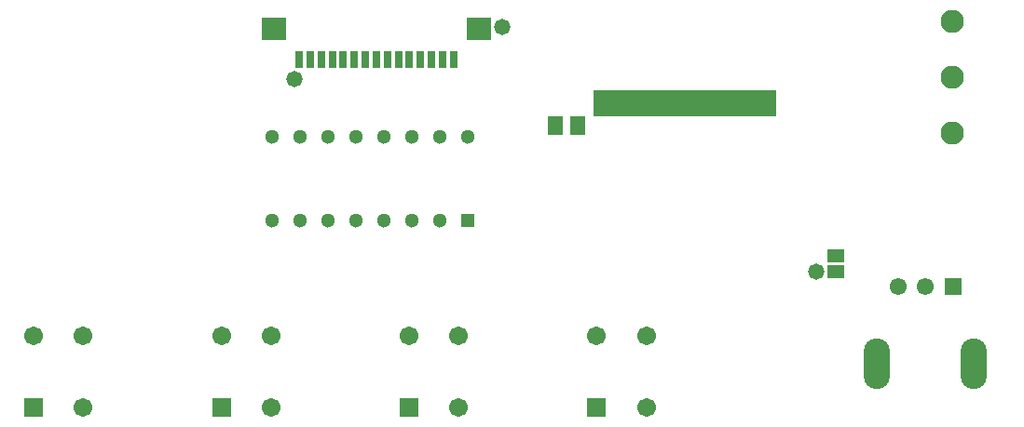
<source format=gts>
G04*
G04 #@! TF.GenerationSoftware,Altium Limited,Altium Designer,21.0.8 (223)*
G04*
G04 Layer_Color=8388736*
%FSLAX25Y25*%
%MOIN*%
G70*
G04*
G04 #@! TF.SameCoordinates,11A2A22B-46B4-42A7-8BC6-B1AC857C9469*
G04*
G04*
G04 #@! TF.FilePolarity,Negative*
G04*
G01*
G75*
%ADD19R,0.65300X0.09200*%
%ADD20R,0.05524X0.06509*%
%ADD21R,0.06115X0.05131*%
%ADD22R,0.03162X0.05918*%
%ADD23R,0.08674X0.07887*%
%ADD24C,0.06102*%
%ADD25R,0.06102X0.06102*%
G04:AMPARAMS|DCode=26|XSize=94.49mil|YSize=181.1mil|CornerRadius=47.24mil|HoleSize=0mil|Usage=FLASHONLY|Rotation=180.000|XOffset=0mil|YOffset=0mil|HoleType=Round|Shape=RoundedRectangle|*
%AMROUNDEDRECTD26*
21,1,0.09449,0.08661,0,0,180.0*
21,1,0.00000,0.18110,0,0,180.0*
1,1,0.09449,0.00000,0.04331*
1,1,0.09449,0.00000,0.04331*
1,1,0.09449,0.00000,-0.04331*
1,1,0.09449,0.00000,-0.04331*
%
%ADD26ROUNDEDRECTD26*%
%ADD27C,0.08280*%
%ADD28R,0.06706X0.06706*%
%ADD29C,0.06706*%
%ADD30C,0.05118*%
%ADD31R,0.05118X0.05118*%
%ADD32C,0.05800*%
D19*
X367850Y242000D02*
D03*
D20*
X321663Y234000D02*
D03*
X329537D02*
D03*
D21*
X422000Y187356D02*
D03*
Y181844D02*
D03*
D22*
X229941Y257811D02*
D03*
X233878D02*
D03*
X245689D02*
D03*
X249626D02*
D03*
X269311D02*
D03*
X273248D02*
D03*
X277185D02*
D03*
X281122D02*
D03*
X285059D02*
D03*
X265374D02*
D03*
X261437D02*
D03*
X257500D02*
D03*
X253563D02*
D03*
X241752D02*
D03*
X237815D02*
D03*
D23*
X294114Y268638D02*
D03*
X220886D02*
D03*
D24*
X444157Y176459D02*
D03*
X454000D02*
D03*
D25*
X463843D02*
D03*
D26*
X436677Y148900D02*
D03*
X471323D02*
D03*
D27*
X463700Y271500D02*
D03*
Y251500D02*
D03*
Y231500D02*
D03*
D28*
X134942Y133105D02*
D03*
X202075D02*
D03*
X269208D02*
D03*
X336342D02*
D03*
D29*
X152658D02*
D03*
Y158695D02*
D03*
X134942D02*
D03*
X219792Y133105D02*
D03*
Y158695D02*
D03*
X202075D02*
D03*
X286925Y133105D02*
D03*
Y158695D02*
D03*
X269208D02*
D03*
X354058Y133105D02*
D03*
Y158695D02*
D03*
X336342D02*
D03*
D30*
X290200Y230100D02*
D03*
X280200D02*
D03*
X270200D02*
D03*
X260200D02*
D03*
X250200D02*
D03*
X240200D02*
D03*
X230200D02*
D03*
X220200D02*
D03*
Y200100D02*
D03*
X230200D02*
D03*
X240200D02*
D03*
X250200D02*
D03*
X260200D02*
D03*
X270200D02*
D03*
X280200D02*
D03*
D31*
X290200D02*
D03*
D32*
X228300Y250800D02*
D03*
X415000Y181844D02*
D03*
X302400Y269300D02*
D03*
M02*

</source>
